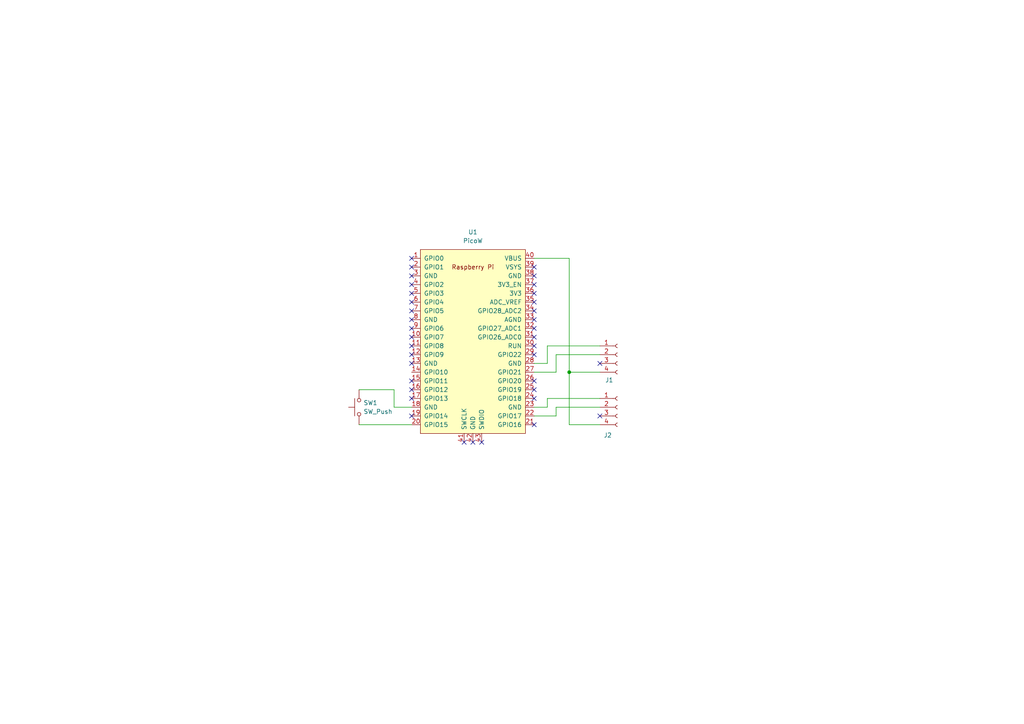
<source format=kicad_sch>
(kicad_sch (version 20231120) (generator "eeschema") (generator_version "8.0")
  (paper "A4")
  (lib_symbols
    (symbol "Connector:Conn_01x04_Socket" (pin_names (offset 1.016) hide)
      (property "Reference" "J" (at 0 5.08 0))
      (property "Value" "Conn_01x04_Socket" (at 0 -7.62 0))
      (symbol "Conn_01x04_Socket_1_1"
        (arc (start 0 -4.572) (mid -0.5058 -5.08) (end 0 -5.588) (stroke (width 0.1524)))
        (arc (start 0 -2.032) (mid -0.5058 -2.54) (end 0 -3.048) (stroke (width 0.1524)))
        (polyline (pts (xy -1.27 -5.08) (xy -0.508 -5.08)) (stroke (width 0.1524)))
        (polyline (pts (xy -1.27 -2.54) (xy -0.508 -2.54)) (stroke (width 0.1524)))
        (polyline (pts (xy -1.27 0) (xy -0.508 0)) (stroke (width 0.1524)))
        (polyline (pts (xy -1.27 2.54) (xy -0.508 2.54)) (stroke (width 0.1524)))
        (arc (start 0 0.508) (mid -0.5058 0) (end 0 -0.508) (stroke (width 0.1524)))
        (arc (start 0 3.048) (mid -0.5058 2.54) (end 0 2.032) (stroke (width 0.1524)))
        (pin passive line (at -5.08 2.54 0) (length 3.81) (name "Pin_1") (number "1"))
        (pin passive line (at -5.08 0 0) (length 3.81) (name "Pin_2") (number "2"))
        (pin passive line (at -5.08 -2.54 0) (length 3.81) (name "Pin_3") (number "3"))
        (pin passive line (at -5.08 -5.08 0) (length 3.81) (name "Pin_4") (number "4"))
      )
    )
    (symbol "RPi_Pico:PicoW" (pin_names (offset 1.016))
      (property "Reference" "U" (at -13.97 27.94 0))
      (property "Value" "PicoW" (at 0 19.05 0))
      (symbol "PicoW_0_0"
        (text "Raspberry Pi" (at 0 21.59 0) (effects (font (size 1.27 1.27))))
      )
      (symbol "PicoW_0_1"
        (rectangle (start -15.24 26.67) (end 15.24 -26.67) (fill (type background)))
      )
      (symbol "PicoW_1_1"
        (pin bidirectional line (at -17.78 24.13 0) (length 2.54) (name "GPIO0") (number "1"))
        (pin bidirectional line (at -17.78 1.27 0) (length 2.54) (name "GPIO7") (number "10"))
        (pin bidirectional line (at -17.78 -1.27 0) (length 2.54) (name "GPIO8") (number "11"))
        (pin bidirectional line (at -17.78 -3.81 0) (length 2.54) (name "GPIO9") (number "12"))
        (pin power_in line (at -17.78 -6.35 0) (length 2.54) (name "GND") (number "13"))
        (pin bidirectional line (at -17.78 -8.89 0) (length 2.54) (name "GPIO10") (number "14"))
        (pin bidirectional line (at -17.78 -11.43 0) (length 2.54) (name "GPIO11") (number "15"))
        (pin bidirectional line (at -17.78 -13.97 0) (length 2.54) (name "GPIO12") (number "16"))
        (pin bidirectional line (at -17.78 -16.51 0) (length 2.54) (name "GPIO13") (number "17"))
        (pin power_in line (at -17.78 -19.05 0) (length 2.54) (name "GND") (number "18"))
        (pin bidirectional line (at -17.78 -21.59 0) (length 2.54) (name "GPIO14") (number "19"))
        (pin bidirectional line (at -17.78 21.59 0) (length 2.54) (name "GPIO1") (number "2"))
        (pin bidirectional line (at -17.78 -24.13 0) (length 2.54) (name "GPIO15") (number "20"))
        (pin bidirectional line (at 17.78 -24.13 180) (length 2.54) (name "GPIO16") (number "21"))
        (pin bidirectional line (at 17.78 -21.59 180) (length 2.54) (name "GPIO17") (number "22"))
        (pin power_in line (at 17.78 -19.05 180) (length 2.54) (name "GND") (number "23"))
        (pin bidirectional line (at 17.78 -16.51 180) (length 2.54) (name "GPIO18") (number "24"))
        (pin bidirectional line (at 17.78 -13.97 180) (length 2.54) (name "GPIO19") (number "25"))
        (pin bidirectional line (at 17.78 -11.43 180) (length 2.54) (name "GPIO20") (number "26"))
        (pin bidirectional line (at 17.78 -8.89 180) (length 2.54) (name "GPIO21") (number "27"))
        (pin power_in line (at 17.78 -6.35 180) (length 2.54) (name "GND") (number "28"))
        (pin bidirectional line (at 17.78 -3.81 180) (length 2.54) (name "GPIO22") (number "29"))
        (pin power_in line (at -17.78 19.05 0) (length 2.54) (name "GND") (number "3"))
        (pin input line (at 17.78 -1.27 180) (length 2.54) (name "RUN") (number "30"))
        (pin bidirectional line (at 17.78 1.27 180) (length 2.54) (name "GPIO26_ADC0") (number "31"))
        (pin bidirectional line (at 17.78 3.81 180) (length 2.54) (name "GPIO27_ADC1") (number "32"))
        (pin power_in line (at 17.78 6.35 180) (length 2.54) (name "AGND") (number "33"))
        (pin bidirectional line (at 17.78 8.89 180) (length 2.54) (name "GPIO28_ADC2") (number "34"))
        (pin unspecified line (at 17.78 11.43 180) (length 2.54) (name "ADC_VREF") (number "35"))
        (pin unspecified line (at 17.78 13.97 180) (length 2.54) (name "3V3") (number "36"))
        (pin input line (at 17.78 16.51 180) (length 2.54) (name "3V3_EN") (number "37"))
        (pin bidirectional line (at 17.78 19.05 180) (length 2.54) (name "GND") (number "38"))
        (pin unspecified line (at 17.78 21.59 180) (length 2.54) (name "VSYS") (number "39"))
        (pin bidirectional line (at -17.78 16.51 0) (length 2.54) (name "GPIO2") (number "4"))
        (pin unspecified line (at 17.78 24.13 180) (length 2.54) (name "VBUS") (number "40"))
        (pin input line (at -2.54 -29.21 90) (length 2.54) (name "SWCLK") (number "41"))
        (pin power_in line (at 0 -29.21 90) (length 2.54) (name "GND") (number "42"))
        (pin bidirectional line (at 2.54 -29.21 90) (length 2.54) (name "SWDIO") (number "43"))
        (pin bidirectional line (at -17.78 13.97 0) (length 2.54) (name "GPIO3") (number "5"))
        (pin bidirectional line (at -17.78 11.43 0) (length 2.54) (name "GPIO4") (number "6"))
        (pin bidirectional line (at -17.78 8.89 0) (length 2.54) (name "GPIO5") (number "7"))
        (pin power_in line (at -17.78 6.35 0) (length 2.54) (name "GND") (number "8"))
        (pin bidirectional line (at -17.78 3.81 0) (length 2.54) (name "GPIO6") (number "9"))
      )
    )
    (symbol "Switch:SW_Push" (pin_numbers hide) (pin_names (offset 1.016) hide)
      (property "Reference" "SW" (at 1.27 2.54 0))
      (property "Value" "SW_Push" (at 0 -1.524 0))
      (symbol "SW_Push_0_1"
        (circle (center -2.032 0) (radius 0.508))
        (polyline (pts (xy 0 1.27) (xy 0 3.048)))
        (polyline (pts (xy 2.54 1.27) (xy -2.54 1.27)))
        (circle (center 2.032 0) (radius 0.508))
        (pin passive line (at -5.08 0 0) (length 2.54) (name "1") (number "1"))
        (pin passive line (at 5.08 0 180) (length 2.54) (name "2") (number "2"))
      )
    )
  )
  (junction (at 165.1 107.95))
  (no_connect (at 119.38 85.09))
  (no_connect (at 119.38 115.57))
  (no_connect (at 119.38 102.87))
  (no_connect (at 119.38 97.79))
  (no_connect (at 154.94 100.33))
  (no_connect (at 154.94 115.57))
  (no_connect (at 119.38 77.47))
  (no_connect (at 119.38 92.71))
  (no_connect (at 154.94 95.25))
  (no_connect (at 154.94 110.49))
  (no_connect (at 119.38 80.01))
  (no_connect (at 119.38 100.33))
  (no_connect (at 154.94 90.17))
  (no_connect (at 119.38 74.93))
  (no_connect (at 139.7 128.27))
  (no_connect (at 119.38 82.55))
  (no_connect (at 119.38 120.65))
  (no_connect (at 134.62 128.27))
  (no_connect (at 154.94 97.79))
  (no_connect (at 119.38 110.49))
  (no_connect (at 119.38 95.25))
  (no_connect (at 137.16 128.27))
  (no_connect (at 154.94 82.55))
  (no_connect (at 173.99 120.65))
  (no_connect (at 154.94 87.63))
  (no_connect (at 154.94 85.09))
  (no_connect (at 154.94 80.01))
  (no_connect (at 154.94 113.03))
  (no_connect (at 119.38 105.41))
  (no_connect (at 119.38 113.03))
  (no_connect (at 154.94 92.71))
  (no_connect (at 154.94 77.47))
  (no_connect (at 119.38 87.63))
  (no_connect (at 173.99 105.41))
  (no_connect (at 119.38 90.17))
  (no_connect (at 154.94 123.19))
  (no_connect (at 154.94 102.87))
  (wire (pts (xy 165.1 107.95) (xy 165.1 74.93)))
  (wire (pts (xy 158.75 100.33) (xy 158.75 105.41)))
  (wire (pts (xy 165.1 107.95) (xy 173.99 107.95)))
  (wire (pts (xy 104.14 123.19) (xy 119.38 123.19)))
  (wire (pts (xy 154.94 74.93) (xy 165.1 74.93)))
  (wire (pts (xy 158.75 100.33) (xy 173.99 100.33)))
  (wire (pts (xy 161.29 102.87) (xy 161.29 107.95)))
  (wire (pts (xy 104.14 113.03) (xy 114.3 113.03)))
  (wire (pts (xy 154.94 120.65) (xy 161.29 120.65)))
  (wire (pts (xy 161.29 118.11) (xy 173.99 118.11)))
  (wire (pts (xy 158.75 118.11) (xy 158.75 115.57)))
  (wire (pts (xy 154.94 105.41) (xy 158.75 105.41)))
  (wire (pts (xy 114.3 118.11) (xy 114.3 113.03)))
  (wire (pts (xy 154.94 107.95) (xy 161.29 107.95)))
  (wire (pts (xy 161.29 120.65) (xy 161.29 118.11)))
  (wire (pts (xy 161.29 102.87) (xy 173.99 102.87)))
  (wire (pts (xy 154.94 118.11) (xy 158.75 118.11)))
  (wire (pts (xy 165.1 123.19) (xy 165.1 107.95)))
  (wire (pts (xy 119.38 118.11) (xy 114.3 118.11)))
  (wire (pts (xy 173.99 123.19) (xy 165.1 123.19)))
  (wire (pts (xy 158.75 115.57) (xy 173.99 115.57)))
  (symbol (lib_id "Connector:Conn_01x04_Socket") (at 179.07 102.87 0) (unit 1)
    (property "Reference" "J1" (at 175.514 110.236 0) (effects (justify left)))
    (property "Value" "Conn_01x04_Socket" (effects (hide yes)))
    (property "Footprint" "Connector_JST:JST_EH_S4B-EH_1x04_P2.50mm_Horizontal" (effects (hide yes)))
    (property "Description" "Generic connector, single row, 01x04, script generated" (effects (hide yes)))
  )
  (symbol (lib_id "Switch:SW_Push") (at 104.14 118.11 90) (unit 1)
    (property "Reference" "SW1" (at 105.41 116.8399 90) (effects (justify right)))
    (property "Value" "SW_Push" (at 105.41 119.3799 90) (effects (justify right)))
    (property "Footprint" "RaspberryPI PicoW:Switch" (effects (hide yes)))
    (property "Description" "Push button switch, generic, two pins" (effects (hide yes)))
  )
  (symbol (lib_id "Connector:Conn_01x04_Socket") (at 179.07 118.11 0) (unit 1)
    (property "Reference" "J2" (at 176.276 126.238 0))
    (property "Value" "Conn_01x04_Socket" (effects (hide yes)))
    (property "Footprint" "Connector_JST:JST_EH_S4B-EH_1x04_P2.50mm_Horizontal" (effects (hide yes)))
    (property "Description" "Generic connector, single row, 01x04, script generated" (effects (hide yes)))
  )
  (symbol (lib_id "RPi_Pico:PicoW") (at 137.16 99.06 0) (unit 1)
    (property "Reference" "U1" (at 137.16 67.31 0))
    (property "Value" "PicoW" (at 137.16 69.85 0))
    (property "Footprint" "RaspberryPI PicoW:RPi_PicoW_SMD_TH" (effects (hide yes)))
  )
)
</source>
